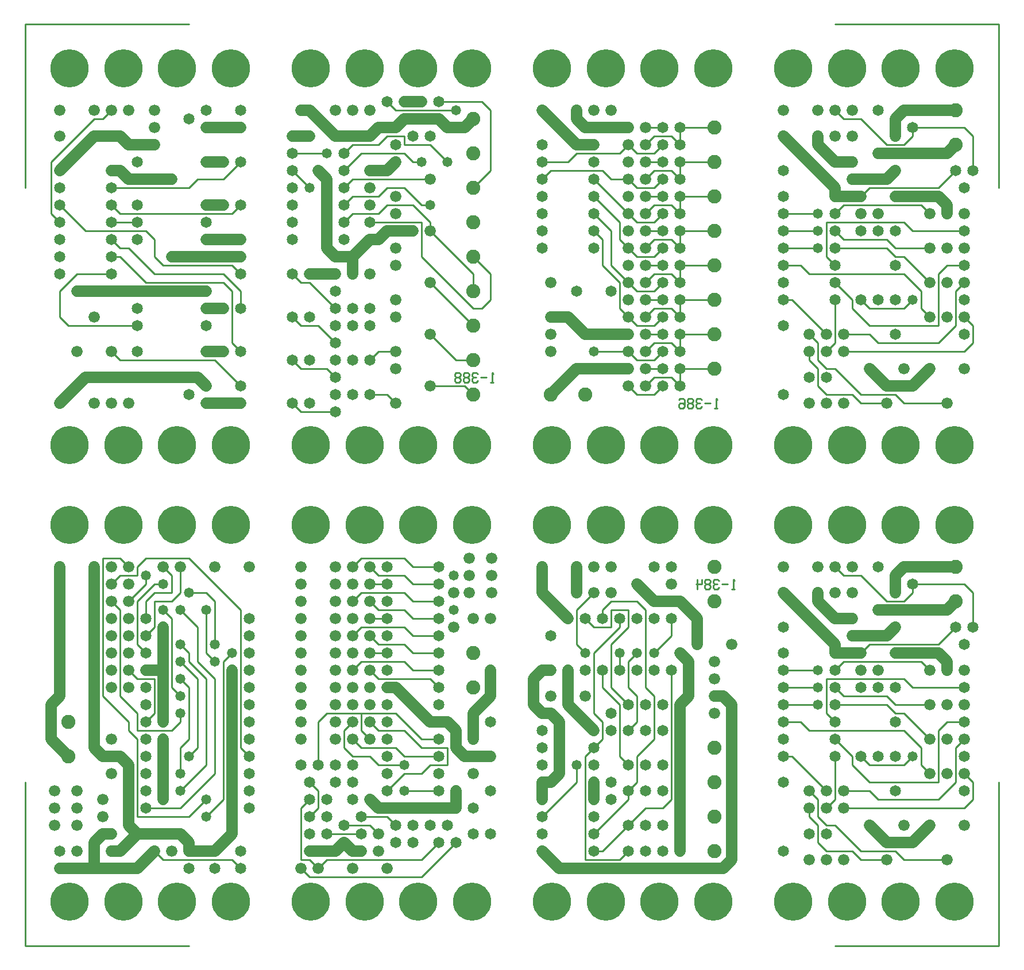
<source format=gbl>
%MOIN*%
%FSLAX25Y25*%
G04 D10 used for Character Trace; *
G04     Circle (OD=.01000) (No hole)*
G04 D11 used for Power Trace; *
G04     Circle (OD=.06700) (No hole)*
G04 D12 used for Signal Trace; *
G04     Circle (OD=.01100) (No hole)*
G04 D13 used for Via; *
G04     Circle (OD=.05800) (Round. Hole ID=.02800)*
G04 D14 used for Component hole; *
G04     Circle (OD=.06500) (Round. Hole ID=.03500)*
G04 D15 used for Component hole; *
G04     Circle (OD=.06600) (Round. Hole ID=.04200)*
G04 D16 used for Component hole; *
G04     Circle (OD=.08200) (Round. Hole ID=.05200)*
G04 D17 used for Component hole; *
G04     Circle (OD=.09000) (Round. Hole ID=.06000)*
G04 D18 used for Component hole; *
G04     Circle (OD=.11600) (Round. Hole ID=.08600)*
G04 D19 used for Component hole; *
G04     Circle (OD=.15500) (Round. Hole ID=.12500)*
G04 D20 used for Component hole; *
G04     Circle (OD=.18200) (Round. Hole ID=.15200)*
G04 D21 used for Component hole; *
G04     Circle (OD=.22100) (Round. Hole ID=.19100)*
%ADD10C,.01000*%
%ADD11C,.06700*%
%ADD12C,.01100*%
%ADD13C,.05800*%
%ADD14C,.06500*%
%ADD15C,.06600*%
%ADD16C,.08200*%
%ADD17C,.09000*%
%ADD18C,.11600*%
%ADD19C,.15500*%
%ADD20C,.18200*%
%ADD21C,.22100*%
%IPPOS*%
%LPD*%
G90*X0Y0D02*D21*X25625Y25625D03*D15*              
X40000Y45000D03*D11*X20000D01*D14*D03*D15*        
X30000Y55000D03*D14*X20000D03*D11*X40000Y45000D02*
X65000D01*D14*D03*D11*X75000Y55000D01*D15*D03*D12*
X80000Y50000D01*X120000D01*X125000Y45000D01*D14*  
D03*Y55000D03*X110000D03*D11*X95000D01*D14*D03*   
D11*Y60000D01*X90000Y65000D01*X65000D01*D14*D03*  
D11*X55000Y55000D01*X50000D01*D15*D03*D11*        
X40000Y45000D02*Y60000D01*X45000Y65000D01*        
X50000D01*D13*D03*D11*X65000D02*X60000Y70000D01*  
Y105000D01*X55000Y110000D01*X45000D01*            
X40000Y115000D01*Y150000D01*D15*D03*D11*          
Y160000D01*D15*D03*D11*Y170000D01*D15*D03*D11*    
Y180000D01*D15*D03*D11*Y190000D01*D15*D03*D11*    
Y200000D01*D15*D03*D11*Y210000D01*D15*D03*D11*    
Y220000D01*D15*D03*D12*X45000Y145000D02*          
Y225000D01*X60000Y130000D02*X45000Y145000D01*     
X60000Y125000D02*Y130000D01*X65000Y120000D02*     
X60000Y125000D01*X65000Y75000D02*Y120000D01*      
Y75000D02*X95000D01*X105000Y85000D01*D13*D03*D12* 
Y75000D02*X115000Y85000D01*D13*X105000Y75000D03*  
D12*X115000Y85000D02*Y165000D01*X120000Y170000D01*
D13*D03*D14*X130000Y160000D03*Y180000D03*D13*     
X110000Y175000D03*D12*Y200000D01*                 
X105000Y205000D01*X95000D01*D13*D03*D12*          
X85000Y200000D02*X90000Y205000D01*                
X75000Y200000D02*X85000D01*X75000Y185000D02*      
Y200000D01*X70000Y180000D02*X75000Y185000D01*D14* 
X70000Y180000D03*D12*Y170000D02*X65000Y175000D01* 
D14*X70000Y170000D03*D12*X65000Y175000D02*        
Y200000D01*X75000Y210000D01*X80000D01*D13*D03*D12*
X75000Y205000D02*X85000D01*X70000Y200000D02*      
X75000Y205000D01*X70000Y190000D02*Y200000D01*D14* 
Y190000D03*D15*X60000Y200000D03*D12*              
X70000Y210000D01*Y215000D01*D13*D03*D12*X65000D02*
Y220000D01*X55000Y215000D02*X65000D01*            
X50000Y210000D02*X55000Y215000D01*D15*            
X50000Y210000D03*X60000Y220000D03*D12*            
X55000Y225000D01*X45000D01*D15*X50000Y220000D03*  
X60000Y210000D03*D21*X25625Y244375D03*X56875D03*  
D12*X65000Y220000D02*X70000Y225000D01*X95000D01*  
X125000Y195000D01*Y115000D01*X130000Y110000D01*   
D14*D03*Y120000D03*Y100000D03*Y130000D03*         
Y90000D03*D12*X90000Y80000D02*X110000Y100000D01*  
X70000Y80000D02*X90000D01*D14*X70000D03*Y90000D03*
D13*X80000Y85000D03*D11*Y120000D01*D13*D03*D12*   
X65000Y125000D02*X85000D01*X65000D02*Y135000D01*  
X55000Y145000D01*Y195000D01*X50000Y200000D01*D15* 
D03*X60000Y190000D03*X50000D03*Y180000D03*        
X60000D03*X20000Y170000D03*D11*Y160000D01*D15*D03*
D11*Y150000D01*D15*D03*D11*Y145000D01*            
X15000Y140000D01*Y120000D01*X25000Y110000D01*D16* 
D03*D15*X17000Y90000D03*D16*X25000Y130000D03*D15* 
X30000Y90000D03*X50000Y100000D03*Y120000D03*      
X45000Y85000D03*X17000Y80000D03*X30000D03*        
X45000Y75000D03*X60000Y150000D03*X50000D03*       
X17000Y70000D03*X30000D03*D12*X65000Y155000D02*   
X75000D01*Y135000D01*X70000Y130000D01*D14*D03*D13*
X80000D03*D11*Y160000D01*X70000D01*D14*D03*D12*   
X65000Y155000D02*X60000Y160000D01*D15*D03*D14*    
X70000Y150000D03*D15*X50000Y170000D03*X60000D03*  
X50000Y160000D03*D11*X80000D02*Y185000D01*D13*D03*
D12*X85000Y150000D02*Y190000D01*X90000Y145000D02* 
X85000Y150000D01*D13*X90000Y145000D03*D12*        
X95000Y120000D02*Y150000D01*X90000Y115000D02*     
X95000Y120000D01*X90000Y100000D02*Y115000D01*D13* 
Y100000D03*X95000Y110000D03*D12*X100000Y115000D01*
Y155000D01*X90000Y165000D01*D13*D03*D12*X95000D02*
Y170000D01*X105000Y155000D02*X95000Y165000D01*    
X105000Y105000D02*Y155000D01*X90000Y90000D02*     
X105000Y105000D01*D13*X90000Y90000D03*D14*        
X70000Y110000D03*Y100000D03*D12*X110000D02*       
Y155000D01*X100000Y165000D01*Y185000D01*          
X90000Y195000D01*D13*D03*D12*X85000Y190000D02*    
X80000Y195000D01*D13*D03*D12*X90000Y205000D02*    
Y220000D01*D15*D03*D12*X85000Y205000D02*          
Y215000D01*X80000Y220000D01*D15*D03*D13*          
X105000Y195000D03*D12*Y170000D01*                 
X110000Y165000D01*D13*D03*X120000Y160000D03*D11*  
Y65000D01*X110000Y55000D01*D14*Y45000D03*         
X95000D03*X130000Y80000D03*D15*X85000Y55000D03*   
D21*X88125Y25625D03*X119375D03*X56875D03*D14*     
X70000Y120000D03*D12*X85000Y125000D02*            
X90000Y130000D01*Y135000D01*D13*D03*D12*          
X95000Y150000D02*X90000Y155000D01*D13*D03*D12*    
X95000Y170000D02*X90000Y175000D01*D13*D03*D14*    
X70000Y140000D03*X130000D03*Y150000D03*Y170000D03*
Y190000D03*D15*Y220000D03*X110000D03*X20000D03*   
D11*Y210000D01*D15*D03*D11*Y200000D01*D15*D03*D11*
Y190000D01*D15*D03*D11*Y180000D01*D15*D03*D11*    
Y170000D01*D21*X88125Y244375D03*X119375D03*G90*   
X0Y0D02*D15*X160000Y160000D03*Y45000D03*D12*      
X165000Y40000D01*X230000D01*X250000Y60000D01*D14* 
D03*X240000D03*D12*X230000Y50000D01*X175000D01*   
X170000Y45000D01*D15*D03*D12*X165000Y50000D01*    
X160000D01*Y80000D01*X165000Y85000D01*D14*D03*D12*
Y75000D02*X170000Y80000D01*D14*X165000Y75000D03*  
D12*X170000Y80000D02*Y90000D01*X165000Y95000D01*  
D14*D03*X175000Y85000D03*X170000Y105000D03*D12*   
Y130000D01*X175000Y135000D01*X195000D01*          
Y125000D01*X200000Y120000D01*D15*D03*D12*         
X205000Y125000D02*X220000D01*X230000Y115000D01*   
X245000D01*Y105000D01*X235000D01*                 
X230000Y100000D01*X220000D01*X210000Y90000D01*D14*
D03*D11*X205000Y80000D02*X215000D01*D14*D03*D11*  
X250000D01*D14*D03*D11*Y90000D01*D14*D03*         
X260000Y80000D03*D15*Y100000D03*D14*X240000D03*   
Y90000D03*D12*X220000D01*D13*D03*D14*             
X210000Y100000D03*D12*X205000Y105000D02*          
X220000D01*D13*D03*D12*Y110000D02*X240000D01*D14* 
D03*D12*X230000Y120000D02*X240000D01*D14*D03*D11* 
X255000Y110000D02*X250000Y115000D01*              
X255000Y110000D02*X270000D01*D15*D03*             
X260000Y120000D03*D11*Y130000D01*D14*D03*D11*     
Y135000D01*X270000Y145000D01*Y160000D01*D13*D03*  
D16*X260000Y170000D03*Y150000D03*D15*             
X248500Y185000D03*D14*X240000Y190000D03*D12*      
X225000D01*X220000Y195000D01*X205000D01*          
X200000Y200000D01*D15*D03*D12*X190000D02*         
X195000Y205000D01*D15*X190000Y200000D03*D12*      
X195000Y205000D02*X220000D01*X225000Y200000D01*   
X240000D01*D14*D03*D13*X248500Y195000D03*D14*     
X240000Y210000D03*D12*X225000D01*                 
X220000Y215000D01*X205000D01*X200000Y220000D01*   
D15*D03*D12*X190000D02*X195000Y225000D01*D15*     
X190000Y220000D03*D12*X195000Y225000D02*          
X220000D01*X225000Y220000D01*X240000D01*D14*D03*  
D13*X248500Y215000D03*D15*Y205000D03*X257500D03*  
Y215000D03*Y225000D03*D21*X259375Y244375D03*      
X228125D03*D15*X270000Y190000D03*D14*X210000D03*  
D12*X200000D01*D15*D03*D12*X190000Y180000D02*     
X195000Y185000D01*D15*X190000Y180000D03*D12*      
X195000Y185000D02*X220000D01*X225000Y180000D01*   
X240000D01*D14*D03*Y170000D03*D12*X225000D01*     
X220000Y175000D01*X205000D01*X200000Y180000D01*   
D15*D03*D14*X210000Y170000D03*D12*X200000D01*D15* 
D03*D12*X190000Y160000D02*X195000Y165000D01*D15*  
X190000Y160000D03*D12*X195000Y165000D02*          
X220000D01*X225000Y160000D01*X240000D01*D14*D03*  
D12*Y150000D02*X235000Y155000D01*D14*             
X240000Y150000D03*D12*X205000Y155000D02*          
X235000D01*X205000D02*X200000Y160000D01*D15*D03*  
D14*X210000Y150000D03*D11*X215000D01*             
X235000Y130000D01*X240000D01*D14*D03*D11*         
X245000D01*X250000Y125000D01*Y115000D01*D12*      
X230000Y120000D02*X215000Y135000D01*X195000D01*   
D15*X200000Y130000D03*D12*X205000Y125000D01*D14*  
X210000Y120000D03*Y130000D03*D12*                 
X220000Y110000D02*X215000Y115000D01*X195000D01*   
X190000Y120000D01*D15*D03*D12*X185000Y115000D02*  
Y125000D01*X190000Y110000D02*X185000Y115000D01*   
X190000Y110000D02*X200000D01*X205000Y105000D01*   
D14*X210000Y110000D03*X190000Y105000D03*Y95000D03*
D12*X185000Y125000D02*X190000Y130000D01*D15*D03*  
X200000Y140000D03*X180000D03*Y120000D03*          
X190000Y140000D03*X180000Y130000D03*              
X200000Y150000D03*X190000D03*D14*                 
X210000Y140000D03*D15*X180000Y150000D03*D14*      
Y105000D03*X210000Y160000D03*D15*                 
X160000Y150000D03*Y140000D03*Y130000D03*          
X180000Y160000D03*X160000Y120000D03*D14*          
Y105000D03*X180000Y95000D03*D15*X190000Y170000D03*
X180000D03*X160000D03*D14*X190000Y85000D03*       
X200000D03*D11*X205000Y80000D01*D12*              
X215000Y70000D02*X210000Y75000D01*D14*            
X215000Y70000D03*D12*X195000Y75000D02*X210000D01* 
D14*X195000D03*D12*X205000Y65000D02*              
X200000Y70000D01*D15*X205000Y65000D03*D12*        
X185000Y70000D02*X200000D01*D14*X185000D03*       
X195000Y65000D03*D12*X175000D01*D14*D03*          
X165000Y55000D03*D11*X175000D01*D14*D03*D11*      
X180000D01*X185000Y60000D01*D14*D03*D11*          
X190000Y55000D01*X195000D01*D13*D03*D15*          
X190000Y45000D03*X205000Y55000D03*                
X210000Y45000D03*D14*X175000Y75000D03*            
X215000Y60000D03*D21*X165625Y25625D03*D14*        
X165000Y65000D03*D21*X196875Y25625D03*D14*        
X225000Y60000D03*Y70000D03*D21*X228125Y25625D03*  
D14*X235000Y70000D03*X245000D03*D21*              
X259375Y25625D03*D14*X260000Y65000D03*            
X270000Y130000D03*Y65000D03*Y90000D03*            
X240000Y140000D03*X210000Y180000D03*D15*          
X180000D03*X160000D03*X260000Y190000D03*          
X190000D03*X180000D03*X160000D03*D14*             
X210000Y200000D03*D15*X180000D03*X160000D03*      
X270500Y205000D03*D14*X210000Y210000D03*D12*      
X200000D01*D15*D03*D14*X210000Y220000D03*D15*     
X190000Y210000D03*X180000Y220000D03*Y210000D03*   
D21*X165625Y244375D03*X196875D03*D15*             
X160000Y220000D03*Y210000D03*X270500Y215000D03*   
Y225000D03*G90*X0Y0D02*D11*X300000Y135000D02*     
X295000Y140000D01*X300000Y135000D02*X305000D01*   
X310000Y130000D01*Y100000D01*X305000Y95000D01*    
X300000D01*D14*D03*D11*Y85000D01*D14*D03*         
Y75000D03*D12*X320000Y95000D01*Y105000D01*D13*D03*
D12*X325000Y50000D02*Y110000D01*Y50000D02*        
X345000D01*X350000Y55000D01*D14*D03*X360000D03*   
Y70000D03*X350000D03*D12*X335000Y55000D01*        
X330000D01*D14*D03*Y65000D03*D12*X350000Y85000D01*
Y90000D01*D14*D03*D12*X355000Y95000D01*Y110000D01*
X365000Y120000D01*Y145000D01*X360000Y150000D01*   
Y195000D01*X355000Y200000D01*X340000D01*          
X335000Y195000D01*Y190000D01*D14*D03*D12*         
X330000Y185000D02*X340000D01*X330000D02*          
X325000Y190000D01*D14*D03*D12*X320000Y175000D02*  
Y195000D01*X325000Y170000D02*X320000Y175000D01*   
D13*X325000Y170000D03*D12*X330000Y135000D02*      
Y170000D01*X335000Y130000D02*X330000Y135000D01*   
X335000Y120000D02*Y130000D01*X330000Y115000D02*   
X335000Y120000D01*D14*X330000Y115000D03*D12*      
X325000Y110000D01*D14*X330000Y105000D03*          
X340000Y95000D03*Y125000D03*X330000D03*D11*       
X315000Y140000D01*Y145000D01*D15*D03*D11*         
Y160000D01*D14*D03*X325000D03*X305000D03*D11*     
X300000D01*X295000Y155000D01*Y140000D01*D15*      
X305000Y145000D03*D14*X300000Y125000D03*          
Y115000D03*D15*X325000Y145000D03*D14*             
X300000Y105000D03*D12*X330000Y170000D02*          
X345000Y185000D01*Y190000D01*D14*D03*D12*         
X340000Y175000D02*X350000Y185000D01*              
X340000Y150000D02*Y175000D01*X350000Y140000D02*   
X340000Y150000D01*D14*X350000Y140000D03*D12*      
X355000Y130000D02*Y145000D01*X350000Y125000D02*   
X355000Y130000D01*D14*X350000Y125000D03*          
X340000Y135000D03*X360000Y125000D03*Y140000D03*   
D12*X350000Y105000D02*X345000Y110000D01*D14*      
X350000Y105000D03*D12*X345000Y110000D02*          
Y140000D01*X335000Y150000D01*Y160000D01*D14*D03*  
D13*X345000Y170000D03*D12*Y160000D01*D14*D03*D12* 
X350000Y150000D02*Y165000D01*X355000Y145000D02*   
X350000Y150000D01*D14*X365000Y160000D03*          
X370000Y140000D03*X355000Y160000D03*D12*          
X350000Y165000D02*X355000Y170000D01*D13*D03*      
X365000D03*D12*X375000Y180000D01*Y190000D01*D14*  
D03*D11*X365000Y200000D02*X380000D01*             
X390000Y190000D01*Y175000D01*D15*D03*             
X400000Y165000D03*D11*X385000Y145000D02*          
Y165000D01*X380000Y140000D02*X385000Y145000D01*   
D14*X380000Y140000D03*D11*Y125000D01*D14*D03*D11* 
Y105000D01*D14*D03*D11*Y90000D01*D14*D03*D11*     
Y70000D01*D14*D03*D11*Y55000D01*D14*D03*          
X370000D03*Y70000D03*D16*X400000Y75000D03*        
Y55000D03*D11*X310000Y45000D02*X405000D01*        
X310000D02*X300000Y55000D01*D14*D03*Y65000D03*    
X330000Y85000D03*D11*Y95000D01*D14*D03*           
X340000Y85000D03*X330000Y75000D03*D12*            
X350000Y70000D02*X360000Y80000D01*X370000D01*     
X375000Y85000D01*Y160000D01*D14*D03*D13*          
X380000Y170000D03*D11*X385000Y165000D01*D15*      
X400000Y155000D03*D11*X410000Y140000D02*          
X405000Y145000D01*X410000Y50000D02*Y140000D01*    
X405000Y45000D02*X410000Y50000D01*D21*            
X399375Y25625D03*X368125D03*D14*X360000Y90000D03* 
X370000D03*D16*X400000Y95000D03*D14*              
X370000Y105000D03*X360000D03*D16*                 
X400000Y115000D03*D21*X336875Y25625D03*D14*       
X370000Y125000D03*D15*X400000Y135000D03*D11*      
Y145000D02*X405000D01*D15*X400000D03*             
X410000Y175000D03*D14*X355000Y190000D03*          
X365000D03*D12*X350000Y185000D02*Y195000D01*      
X340000Y185000D02*Y195000D01*X350000D01*D15*      
X330000Y205000D03*D12*X320000Y195000D01*D14*      
X315000Y190000D03*D11*X300000Y205000D01*D15*D03*  
D11*Y220000D01*D15*D03*X320000Y205000D03*D11*     
Y220000D01*D15*D03*X330000D03*X340000Y205000D03*  
Y220000D03*D21*X336875Y244375D03*X305625D03*D15*  
X355000Y210000D03*D11*X365000Y200000D01*D15*      
X375000Y210000D03*D14*Y220000D03*X365000D03*D10*  
X411674Y211914D02*X410837Y212871D01*Y207129D01*   
X411674D02*X410000D01*X407511Y210000D02*          
X404163D01*X402511Y211914D02*X401674Y212871D01*   
X400000D01*X399163Y211914D01*Y210957D01*          
X400000Y210000D01*X401674D01*X400000D02*          
X399163Y209043D01*Y208086D01*X400000Y207129D01*   
X401674D01*X402511Y208086D01*X396674Y210000D02*   
X397511Y210957D01*Y211914D01*X396674Y212871D01*   
X395000D01*X394163Y211914D01*Y210957D01*          
X395000Y210000D01*X396674D01*X397511Y209043D01*   
Y208086D01*X396674Y207129D01*X395000D01*          
X394163Y208086D01*Y209043D01*X395000Y210000D01*   
X390000Y212871D02*Y207129D01*X392511Y212871D02*   
Y210000D01*X389163D01*D16*X400000Y200000D03*      
Y220000D03*D21*X399375Y244375D03*X368125D03*D14*  
X305000Y180000D03*D21*X305625Y25625D03*G90*       
X0Y0D02*D14*X440000Y55000D03*Y95000D03*Y110000D03*
D12*X445000D01*X465000Y90000D01*D15*D03*D12*      
Y80000D02*X470000Y85000D01*D15*X465000Y80000D03*  
D12*X470000Y85000D02*Y110000D01*D14*D03*D12*      
X490000Y95000D02*X480000Y105000D01*               
X490000Y95000D02*X530000D01*Y125000D01*           
X535000Y130000D01*X545000D01*D14*D03*D15*         
X535000Y140000D03*Y120000D03*X545000Y140000D03*   
Y120000D03*D12*X540000Y115000D01*Y95000D01*       
X530000Y85000D01*X495000D01*X490000Y90000D01*     
X475000D01*D15*D03*Y80000D03*D12*X545000D01*      
X550000Y85000D01*Y95000D01*X545000Y100000D01*D15* 
D03*D14*Y110000D03*D15*X535000Y100000D03*D14*     
X545000Y90000D03*D15*X525000Y120000D03*D12*       
X510000Y135000D01*X505000D01*X500000Y140000D01*   
X470000D01*D14*D03*D12*X475000Y145000D02*         
X500000D01*X505000Y140000D01*X525000D01*D15*D03*  
D12*X515000Y150000D02*X545000D01*D14*D03*D15*     
X535000Y160000D03*D11*Y165000D01*                 
X530000Y170000D01*X515000D01*D14*D03*D11*         
X505000D01*D14*D03*D15*X495000Y160000D03*D11*     
X480000Y180000D02*X500000D01*D15*X480000D03*D11*  
X470000Y190000D02*X480000D01*D15*D03*D11*         
X470000D02*X460000Y200000D01*Y205000D01*D15*D03*  
X470000D03*Y220000D03*D12*X475000Y215000D01*      
X485000D01*X500000Y200000D01*X510000D01*          
X515000Y205000D01*Y210000D01*D14*D03*D12*         
X545000D01*X550000Y205000D01*Y185000D01*D14*D03*  
X545000Y175000D03*X540000Y185000D03*D12*          
X530000Y175000D01*X490000D01*X485000Y170000D01*   
D14*D03*D11*X470000D01*D14*D03*D11*Y175000D01*    
X460000Y185000D01*D14*D03*D11*X440000Y205000D01*  
D15*D03*Y220000D03*D14*Y185000D03*D15*            
X460000Y220000D03*D14*X440000Y170000D03*D21*      
X476875Y244375D03*X445625D03*D15*                 
X480000Y205000D03*Y220000D03*D12*                 
X470000Y160000D02*X475000Y165000D01*D14*          
X470000Y160000D03*D12*X475000Y165000D02*          
X520000D01*X525000Y160000D01*D15*D03*D12*         
X515000Y150000D02*X510000Y155000D01*X465000D01*   
Y135000D01*X470000Y130000D01*D14*D03*D13*         
X460000Y140000D03*D12*X440000D01*D14*D03*D12*     
X455000Y125000D02*X450000Y130000D01*              
X455000Y125000D02*X510000D01*X520000Y115000D01*   
Y105000D01*X525000Y100000D01*D15*D03*D13*         
X515000Y110000D03*D12*X510000Y105000D01*          
X490000D01*X485000Y110000D01*D14*D03*D12*         
X480000Y105000D02*Y110000D01*X470000Y120000D01*   
D14*D03*D12*X440000Y130000D02*X450000D01*D14*     
X440000D03*Y120000D03*D13*X460000Y150000D03*D12*  
X440000D01*D14*D03*Y160000D03*D12*X460000D01*D13* 
D03*D14*X470000Y150000D03*D12*X475000Y145000D01*  
D14*X485000Y150000D03*D15*Y160000D03*D14*         
X495000Y150000D03*X505000Y130000D03*Y150000D03*   
D11*X500000Y180000D02*X505000Y185000D01*D15*D03*  
X495000Y195000D03*D11*X535000D01*                 
X540000Y200000D01*D16*D03*Y220000D03*D11*         
X515000D01*D14*D03*D11*X510000D01*                
X505000Y215000D01*Y205000D01*D15*D03*D14*         
X495000Y220000D03*D21*X539375Y244375D03*          
X508125D03*D15*X545000Y160000D03*D14*             
X495000Y110000D03*X505000D03*D15*X455000Y90000D03*
D12*X460000Y85000D01*Y75000D01*X465000Y70000D01*  
X470000D01*X485000Y55000D01*X505000D01*           
X510000Y50000D01*X535000D01*D15*D03*              
X545000Y70000D03*D11*X500000Y60000D02*X515000D01* 
X500000D02*X490000Y70000D01*D15*D03*D12*          
X485000Y50000D02*X480000Y55000D01*                
X485000Y50000D02*X500000D01*D15*D03*D11*          
X515000Y60000D02*X525000Y70000D01*D15*D03*        
X510000D03*D14*X505000Y90000D03*D21*              
X508125Y25625D03*D12*X465000Y55000D02*X480000D01* 
X465000D02*X460000Y60000D01*Y70000D01*            
X455000Y75000D01*Y80000D01*D15*D03*D14*Y65000D03* 
X465000D03*D15*X455000Y50000D03*X465000D03*       
X475000D03*D21*X445625Y25625D03*X476875D03*       
X539375D03*G90*X0Y0D02*X119375Y290625D03*         
X88125D03*X56875D03*X25625D03*D14*                
X125000Y315000D03*D11*X105000D01*D14*D03*         
X95000Y320000D03*X105000Y325000D03*D11*           
X100000Y330000D01*X85000D01*D13*D03*D11*X35000D01*
X20000Y315000D01*D15*D03*X40000D03*               
X50000Y345000D03*D12*X55000Y340000D01*X110000D01* 
X125000Y325000D01*D14*D03*X105000Y345000D03*D11*  
X115000D01*D14*D03*D12*X125000D02*                
X120000Y350000D01*D14*X125000Y345000D03*D12*      
X120000Y350000D02*Y380000D01*X115000Y385000D01*   
X70000D01*X55000Y400000D01*X50000D01*D14*D03*D12* 
X55000Y405000D02*X60000D01*X75000Y390000D01*      
X115000D01*X125000Y380000D01*Y370000D01*D14*D03*  
X115000D03*D11*X105000D01*D14*D03*D13*Y380000D03* 
D11*X30000D01*D13*D03*D14*X20000Y390000D03*D12*   
Y380000D02*X30000Y390000D01*X20000Y365000D02*     
Y380000D01*X25000Y360000D02*X20000Y365000D01*     
X25000Y360000D02*X65000D01*D14*D03*Y370000D03*    
Y345000D03*D15*X40000Y365000D03*D14*              
X50000Y390000D03*D12*X30000D01*D14*               
X20000Y400000D03*X50000Y410000D03*D12*            
X55000Y405000D01*D14*X65000Y410000D03*Y420000D03* 
D12*X50000D01*D14*D03*D12*X55000Y425000D02*       
X120000D01*X125000Y430000D01*D14*D03*X115000D03*  
D11*X105000D01*D14*D03*D12*X50000Y440000D02*      
X95000D01*D14*X50000D03*D11*X60000Y445000D02*     
X55000Y450000D01*X60000Y445000D02*X85000D01*D13*  
D03*D12*X95000Y440000D02*X100000Y445000D01*       
X115000D01*X125000Y455000D01*D14*D03*X115000D03*  
D11*X105000D01*D14*D03*X125000Y475000D03*D11*     
X105000D01*D14*D03*X95000Y480000D03*              
X105000Y485000D03*X125000D03*D15*X75000D03*       
Y475000D03*Y465000D03*D11*X60000D01*              
X55000Y470000D01*X40000D01*D15*D03*D11*           
X20000Y450000D01*D14*D03*D12*X15000Y425000D02*    
Y455000D01*X20000Y420000D02*X15000Y425000D01*D14* 
X20000Y420000D03*Y430000D03*D12*X35000Y415000D01* 
X70000D01*X75000Y410000D01*Y400000D01*            
X80000Y395000D01*X120000D01*X125000Y390000D01*D14*
D03*Y400000D03*D11*X85000D01*D13*D03*D14*         
X105000Y420000D03*Y410000D03*D11*X125000D01*D14*  
D03*X105000Y360000D03*X65000Y455000D03*Y430000D03*
D11*X50000Y450000D02*X55000D01*D14*X50000D03*     
Y430000D03*D12*X55000Y425000D01*D14*              
X20000Y440000D03*Y410000D03*D12*X15000Y455000D02* 
X40000Y480000D01*X45000D01*X50000Y485000D01*D15*  
D03*X60000D03*X40000D03*D21*X25625Y509375D03*     
X56875D03*D15*X20000Y485000D03*Y470000D03*D21*    
X88125Y509375D03*X119375D03*D15*X30000Y345000D03* 
X50000Y315000D03*X60000D03*G90*X0Y0D02*D21*       
X259375Y290625D03*X228125D03*X196875D03*          
X165625D03*D14*X180000Y310000D03*D12*X160000D01*  
X155000Y315000D01*D14*D03*X165000D03*D12*         
X180000Y330000D02*X175000Y335000D01*D14*          
X180000Y330000D03*D12*X160000Y335000D02*          
X175000D01*X160000D02*X155000Y340000D01*D14*D03*  
X165000D03*D12*X180000Y350000D02*                 
X170000Y360000D01*D14*X180000Y350000D03*          
X190000Y340000D03*Y360000D03*D12*X160000D02*      
X170000D01*X160000D02*X155000Y365000D01*D14*D03*  
X165000D03*D12*X180000Y370000D02*                 
X165000Y385000D01*D14*X180000Y370000D03*          
X190000D03*X180000Y380000D03*Y360000D03*D12*      
X160000Y385000D02*X165000D01*X160000D02*          
X155000Y390000D01*D14*D03*X165000D03*D11*         
X180000D01*D15*D03*D11*X190000D02*Y400000D01*D15* 
Y390000D03*D11*X180000Y400000D02*X190000D01*      
X200000Y410000D01*D14*D03*D11*X205000D01*         
X210000Y415000D01*X225000D01*D13*D03*D12*         
X230000Y400000D02*Y420000D01*X260000Y370000D02*   
X230000Y400000D01*X260000Y370000D02*X265000D01*   
X270000Y375000D01*Y390000D01*X260000Y400000D01*   
D16*D03*D12*Y380000D02*Y390000D01*D16*Y380000D03* 
D12*Y390000D02*X235000Y415000D01*D15*D03*D12*     
Y420000D01*X225000Y430000D01*X210000D01*          
X205000Y425000D01*X190000D01*X185000Y420000D01*   
D14*D03*Y430000D03*D12*X190000Y435000D01*         
X205000D01*X210000Y440000D01*X220000D01*          
X230000Y430000D01*X235000D01*D13*D03*D12*         
X200000Y420000D02*X230000D01*D14*X200000D03*D15*  
Y430000D03*X215000Y405000D03*Y435000D03*          
Y425000D03*D14*X185000Y410000D03*D11*             
X180000Y400000D02*X175000Y405000D01*Y445000D01*   
X170000Y450000D01*D13*D03*X175000Y460000D03*D12*  
X155000D01*D14*D03*D13*X165000Y470000D03*D11*     
X155000D01*D14*D03*D11*X180000D02*                
X165000Y485000D01*X180000Y470000D02*X185000D01*   
D14*D03*D11*X200000D01*D15*D03*D11*               
X205000Y475000D01*X215000D01*D14*D03*D11*         
X220000Y480000D01*X240000D01*X245000Y475000D01*   
X255000D01*X260000Y480000D01*D16*D03*D12*         
X270000Y485000D02*X265000Y490000D01*              
X270000Y450000D02*Y485000D01*X260000Y440000D02*   
X270000Y450000D01*D16*X260000Y440000D03*D13*      
X245000Y455000D03*D12*X235000Y465000D01*          
X220000D01*Y470000D01*X210000D01*                 
X205000Y465000D01*X190000D01*X185000Y460000D01*   
D14*D03*D12*Y450000D02*X195000Y460000D01*D14*     
X185000Y450000D03*D12*Y440000D02*                 
X190000Y445000D01*D14*X185000Y440000D03*D12*      
X190000Y445000D02*X235000D01*D15*D03*D12*         
X225000Y455000D02*X230000D01*D13*D03*D12*         
X225000D02*X220000Y460000D01*X195000D01*D15*      
X200000Y450000D03*D11*X210000D01*                 
X215000Y455000D01*D15*D03*D14*Y465000D03*D15*     
X200000Y440000D03*D14*X225000Y470000D03*          
X235000D03*D12*X215000Y485000D02*X250000D01*D13*  
D03*D14*X240000Y490000D03*D12*X265000D01*D21*     
X259375Y509375D03*D16*X260000Y460000D03*D21*      
X228125Y509375D03*D14*X230000Y490000D03*D11*      
X220000D01*D14*D03*D12*X215000Y485000D02*         
X210000Y490000D01*D14*D03*D15*X200000Y485000D03*  
X190000D03*D21*X196875Y509375D03*D15*             
X180000Y485000D03*D21*X165625Y509375D03*D11*      
X160000Y485000D02*X165000D01*D15*X160000D03*D14*  
X155000Y450000D03*D12*X165000Y440000D01*D13*D03*  
D14*X155000Y430000D03*Y440000D03*Y420000D03*      
Y410000D03*D15*X215000Y395000D03*                 
X200000Y390000D03*X215000Y375000D03*              
X235000Y385000D03*D12*X260000Y360000D01*D16*D03*  
D12*X250000Y340000D02*X260000D01*D16*D03*D10*     
X271674Y331914D02*X270837Y332871D01*Y327129D01*   
X271674D02*X270000D01*X267511Y330000D02*          
X264163D01*X262511Y331914D02*X261674Y332871D01*   
X260000D01*X259163Y331914D01*Y330957D01*          
X260000Y330000D01*X261674D01*X260000D02*          
X259163Y329043D01*Y328086D01*X260000Y327129D01*   
X261674D01*X262511Y328086D01*X256674Y330000D02*   
X257511Y330957D01*Y331914D01*X256674Y332871D01*   
X255000D01*X254163Y331914D01*Y330957D01*          
X255000Y330000D01*X256674D01*X257511Y329043D01*   
Y328086D01*X256674Y327129D01*X255000D01*          
X254163Y328086D01*Y329043D01*X255000Y330000D01*   
X251674D02*X252511Y330957D01*Y331914D01*          
X251674Y332871D01*X250000D01*X249163Y331914D01*   
Y330957D01*X250000Y330000D01*X251674D01*          
X252511Y329043D01*Y328086D01*X251674Y327129D01*   
X250000D01*X249163Y328086D01*Y329043D01*          
X250000Y330000D01*D12*Y340000D02*                 
X235000Y355000D01*D15*D03*X215000Y335000D03*      
Y365000D03*Y345000D03*D12*X205000D01*             
X200000Y340000D01*D14*D03*X180000Y320000D03*      
X190000D03*X200000Y360000D03*X180000Y340000D03*   
X200000Y320000D03*D12*X210000D01*                 
X215000Y315000D01*D15*D03*X235000Y325000D03*D12*  
X255000D01*X260000Y320000D01*D16*D03*D14*         
X200000Y370000D03*D16*X260000Y420000D03*G90*      
X0Y0D02*D21*X305625Y290625D03*D16*                
X305000Y320000D03*D11*X320000Y335000D01*          
X350000D01*D15*D03*D12*X355000Y340000D02*         
X365000D01*X370000Y345000D01*D14*D03*D12*         
X380000D02*X375000Y350000D01*D14*                 
X380000Y345000D03*D12*Y355000D01*D14*D03*D12*     
X400000D01*D16*D03*D14*X380000Y375000D03*D12*     
Y365000D01*D14*D03*D12*X375000Y370000D01*         
X365000D01*X360000Y365000D01*D15*D03*D12*         
X355000Y360000D02*X365000D01*X355000D02*          
X350000Y365000D01*D15*D03*D12*X345000Y370000D01*  
Y385000D01*X335000Y395000D01*Y410000D01*          
X330000Y415000D01*D14*D03*D12*X340000Y395000D02*  
Y415000D01*X350000Y385000D02*X340000Y395000D01*   
D15*X350000Y385000D03*D12*X355000Y380000D01*      
X365000D01*X370000Y385000D01*D14*D03*D12*         
X380000D02*X375000Y390000D01*D14*                 
X380000Y385000D03*D12*Y395000D01*D14*D03*D12*     
X400000D01*D16*D03*D14*X380000Y415000D03*D12*     
Y405000D01*D14*D03*D12*X375000Y410000D01*         
X365000D01*X360000Y405000D01*D15*D03*D12*         
X355000Y400000D02*X365000D01*X355000D02*          
X350000Y405000D01*D15*D03*D12*X345000Y410000D01*  
Y420000D01*X330000Y435000D01*D14*D03*D12*         
X340000Y445000D02*X350000D01*D15*D03*D12*         
X355000Y440000D01*X365000D01*X370000Y445000D01*   
D14*D03*D12*X380000D02*X375000Y450000D01*D14*     
X380000Y445000D03*D12*Y455000D01*D14*D03*D12*     
X400000D01*D16*D03*D14*X380000Y475000D03*D12*     
Y465000D01*D14*D03*D12*X375000Y470000D01*         
X365000D01*X360000Y465000D01*D15*D03*D12*         
X355000Y460000D02*X365000D01*X355000D02*          
X350000Y465000D01*D15*D03*D12*X345000Y460000D01*  
X320000D01*X315000Y455000D01*X300000D01*D14*D03*  
D12*Y445000D02*X305000Y450000D01*D14*             
X300000Y445000D03*D12*X305000Y450000D02*          
X335000D01*X340000Y445000D01*D15*                 
X350000Y435000D03*Y455000D03*D14*X330000D03*      
Y445000D03*D12*X350000Y425000D01*D15*D03*D12*     
X355000Y420000D01*X365000D01*X370000Y425000D01*   
D14*D03*D12*X380000D02*X375000Y430000D01*D14*     
X380000Y425000D03*D12*Y435000D01*D14*D03*D12*     
X400000D01*D16*D03*D12*X380000Y415000D02*         
X400000D01*D16*D03*D12*X365000Y390000D02*         
X375000D01*X360000Y385000D02*X365000Y390000D01*   
D15*X360000Y385000D03*D14*X370000Y375000D03*D12*  
X360000D01*D15*D03*D14*X370000Y365000D03*D12*     
X365000Y360000D01*D14*X370000Y355000D03*D12*      
X360000D01*D15*D03*D12*Y345000D02*                
X365000Y350000D01*D15*X360000Y345000D03*D12*      
X365000Y350000D02*X375000D01*D15*                 
X360000Y335000D03*D12*X370000D01*D14*D03*D12*     
X380000Y325000D02*X375000Y330000D01*D14*          
X380000Y325000D03*D12*Y335000D01*D14*D03*D12*     
X400000D01*D16*D03*D10*X401674Y316914D02*         
X400837Y317871D01*Y312129D01*X401674D02*          
X400000D01*X397511Y315000D02*X394163D01*          
X392511Y316914D02*X391674Y317871D01*X390000D01*   
X389163Y316914D01*Y315957D01*X390000Y315000D01*   
X391674D01*X390000D02*X389163Y314043D01*          
Y313086D01*X390000Y312129D01*X391674D01*          
X392511Y313086D01*X386674Y315000D02*              
X387511Y315957D01*Y316914D01*X386674Y317871D01*   
X385000D01*X384163Y316914D01*Y315957D01*          
X385000Y315000D01*X386674D01*X387511Y314043D01*   
Y313086D01*X386674Y312129D01*X385000D01*          
X384163Y313086D01*Y314043D01*X385000Y315000D01*   
X379163Y316914D02*X380000Y317871D01*X381674D01*   
X382511Y316914D01*Y313086D01*X381674Y312129D01*   
X380000D01*X379163Y313086D01*Y314043D01*          
X380000Y315000D01*X381674D01*X382511Y314043D01*   
D12*X365000Y330000D02*X375000D01*                 
X360000Y325000D02*X365000Y330000D01*D15*          
X360000Y325000D03*D12*X355000Y320000D02*          
X365000D01*X355000D02*X350000Y325000D01*D15*D03*  
D12*X365000Y320000D02*X370000Y325000D01*D14*D03*  
D12*X355000Y340000D02*X350000Y345000D01*D15*D03*  
D12*X330000D01*D13*D03*D11*X325000Y355000D02*     
X350000D01*D15*D03*Y375000D03*D11*                
X325000Y355000D02*X315000Y365000D01*X305000D01*   
D15*D03*Y355000D03*D14*X320000Y380000D03*D15*     
X305000Y385000D03*Y345000D03*D14*                 
X340000Y380000D03*X330000Y405000D03*X300000D03*   
D16*X325000Y320000D03*D15*X350000Y395000D03*      
Y415000D03*D12*X340000D02*X330000Y425000D01*D14*  
D03*D15*X360000Y395000D03*D12*X370000D01*D14*D03* 
D12*X365000Y400000D02*X370000Y405000D01*D14*D03*  
D15*X360000Y415000D03*D12*X370000D01*D14*D03*D15* 
X360000Y425000D03*D12*X365000Y430000D01*          
X375000D01*D14*X370000Y435000D03*D12*X360000D01*  
D15*D03*Y445000D03*D12*X365000Y450000D01*         
X375000D01*D14*X370000Y455000D03*D12*X360000D01*  
D15*D03*D12*X365000Y460000D02*X370000Y465000D01*  
D14*D03*D12*X380000Y475000D02*X400000D01*D16*D03* 
D14*X370000D03*D12*X360000D01*D15*D03*X350000D03* 
D11*X325000D01*X320000Y480000D01*Y485000D01*D15*  
D03*X330000D03*D14*X300000Y465000D03*D15*         
X340000Y485000D03*X300000D03*D11*                 
X320000Y465000D01*X330000D01*D14*D03*             
X300000Y435000D03*Y425000D03*D21*                 
X368125Y509375D03*X336875D03*X305625D03*D14*      
X300000Y415000D03*D21*X399375Y509375D03*D12*      
X380000Y375000D02*X400000D01*D16*D03*D21*         
X336875Y290625D03*X368125D03*X399375D03*G90*      
X0Y0D02*D14*X440000Y320000D03*Y360000D03*         
Y375000D03*D12*X445000D01*X465000Y355000D01*D15*  
D03*D12*Y345000D02*X470000Y350000D01*D15*         
X465000Y345000D03*D12*X470000Y350000D02*          
Y375000D01*D14*D03*D12*X490000Y360000D02*         
X480000Y370000D01*X490000Y360000D02*X530000D01*   
Y390000D01*X535000Y395000D01*X545000D01*D14*D03*  
D15*X535000Y405000D03*Y385000D03*                 
X545000Y405000D03*Y385000D03*D12*                 
X540000Y380000D01*Y360000D01*X530000Y350000D01*   
X495000D01*X490000Y355000D01*X475000D01*D15*D03*  
Y345000D03*D12*X545000D01*X550000Y350000D01*      
Y360000D01*X545000Y365000D01*D15*D03*D14*         
Y375000D03*D15*X535000Y365000D03*D14*             
X545000Y355000D03*D15*X525000Y385000D03*D12*      
X510000Y400000D01*X505000D01*X500000Y405000D01*   
X470000D01*D14*D03*D12*X475000Y410000D02*         
X500000D01*X505000Y405000D01*X525000D01*D15*D03*  
D12*X515000Y415000D02*X545000D01*D14*D03*D15*     
X535000Y425000D03*D11*Y430000D01*                 
X530000Y435000D01*X515000D01*D14*D03*D11*         
X505000D01*D14*D03*D15*X495000Y425000D03*D11*     
X480000Y445000D02*X500000D01*D15*X480000D03*D11*  
X470000Y455000D02*X480000D01*D15*D03*D11*         
X470000D02*X460000Y465000D01*Y470000D01*D15*D03*  
X470000D03*Y485000D03*D12*X475000Y480000D01*      
X485000D01*X500000Y465000D01*X510000D01*          
X515000Y470000D01*Y475000D01*D14*D03*D12*         
X545000D01*X550000Y470000D01*Y450000D01*D14*D03*  
X545000Y440000D03*X540000Y450000D03*D12*          
X530000Y440000D01*X490000D01*X485000Y435000D01*   
D14*D03*D11*X470000D01*D14*D03*D11*Y440000D01*    
X460000Y450000D01*D14*D03*D11*X440000Y470000D01*  
D15*D03*Y485000D03*D14*Y450000D03*D15*            
X460000Y485000D03*D14*X440000Y435000D03*D21*      
X476875Y509375D03*X445625D03*D15*                 
X480000Y470000D03*Y485000D03*D12*                 
X470000Y425000D02*X475000Y430000D01*D14*          
X470000Y425000D03*D12*X475000Y430000D02*          
X520000D01*X525000Y425000D01*D15*D03*D12*         
X515000Y415000D02*X510000Y420000D01*X465000D01*   
Y400000D01*X470000Y395000D01*D14*D03*D13*         
X460000Y405000D03*D12*X440000D01*D14*D03*D12*     
X455000Y390000D02*X450000Y395000D01*              
X455000Y390000D02*X510000D01*X520000Y380000D01*   
Y370000D01*X525000Y365000D01*D15*D03*D13*         
X515000Y375000D03*D12*X510000Y370000D01*          
X490000D01*X485000Y375000D01*D14*D03*D12*         
X480000Y370000D02*Y375000D01*X470000Y385000D01*   
D14*D03*D12*X440000Y395000D02*X450000D01*D14*     
X440000D03*Y385000D03*D13*X460000Y415000D03*D12*  
X440000D01*D14*D03*Y425000D03*D12*X460000D01*D13* 
D03*D14*X470000Y415000D03*D12*X475000Y410000D01*  
D14*X485000Y415000D03*D15*Y425000D03*D14*         
X495000Y415000D03*X505000Y395000D03*Y415000D03*   
D11*X500000Y445000D02*X505000Y450000D01*D15*D03*  
X495000Y460000D03*D11*X535000D01*                 
X540000Y465000D01*D16*D03*Y485000D03*D11*         
X515000D01*D14*D03*D11*X510000D01*                
X505000Y480000D01*Y470000D01*D15*D03*D14*         
X495000Y485000D03*D21*X539375Y509375D03*          
X508125D03*D15*X545000Y425000D03*D14*             
X495000Y375000D03*X505000D03*D15*                 
X455000Y355000D03*D12*X460000Y350000D01*          
Y340000D01*X465000Y335000D01*X470000D01*          
X485000Y320000D01*X505000D01*X510000Y315000D01*   
X535000D01*D15*D03*X545000Y335000D03*D11*         
X500000Y325000D02*X515000D01*X500000D02*          
X490000Y335000D01*D15*D03*D12*X485000Y315000D02*  
X480000Y320000D01*X485000Y315000D02*X500000D01*   
D15*D03*D11*X515000Y325000D02*X525000Y335000D01*  
D15*D03*X510000D03*D14*X505000Y355000D03*D21*     
X508125Y290625D03*D12*X465000Y320000D02*          
X480000D01*X465000D02*X460000Y325000D01*          
Y335000D01*X455000Y340000D01*Y345000D01*D15*D03*  
D14*Y330000D03*X465000D03*D15*X455000Y315000D03*  
X465000D03*X475000D03*D21*X445625Y290625D03*      
X476875D03*X539375D03*G90*X0Y0D02*D12*X95000D01*  
X0D02*Y95000D01*G90*Y0D02*Y440000D02*Y535000D01*  
X95000D01*G90*X0Y0D02*X470000D02*X565000D01*      
Y95000D01*G90*X0Y0D02*X470000Y535000D02*          
X565000D01*Y440000D01*M02*                        

</source>
